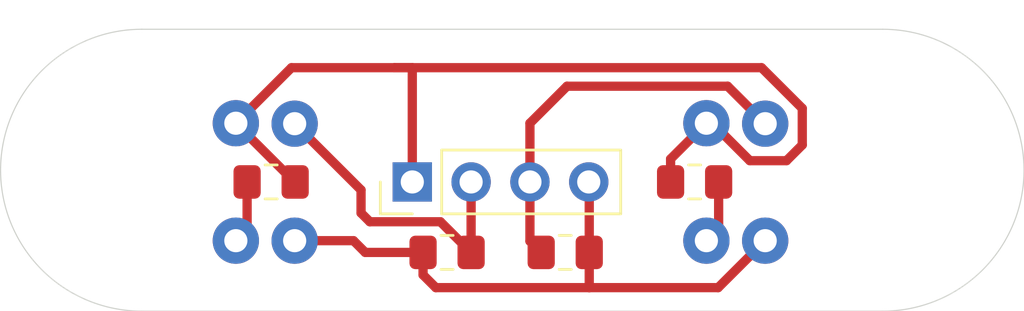
<source format=kicad_pcb>
(kicad_pcb (version 20241229) (generator "pcbnew") (generator_version "9.0")
  (layers (0 "F.Cu" signal) (2 "B.Cu" signal) (13 "F.Paste" user) (15 "B.Paste" user) (5 "F.SilkS" user "F.Silkscreen") (7 "B.SilkS" user "B.Silkscreen") (1 "F.Mask" user) (3 "B.Mask" user) (25 "Edge.Cuts" user))
  (net 0 "")
  (net 1 "Net-(U1-K)")
  (net 2 "+5V")
  (net 3 "GND")
  (net 4 "Net-(J1-Pin_2)")
  (net 5 "Net-(J1-Pin_3)")
  (net 6 "Net-(U2-K)")
  (footprint "USER:TCRT5000" (layer "F.Cu") (at 179.324 66.04)
    (property "Reference" "U2" (hide yes))
    (property "Value" "QRE1113GR" (hide yes))
    (pad "1" thru_hole circle (at 5.08 10.16) (size 2 2) (drill 1) (layers "*.Cu" "*.Mask") (net 2 "+5V"))
    (pad "2" thru_hole circle (at 2.54 10.16) (size 2 2) (drill 1) (layers "*.Cu" "*.Mask") (net 6 "Net-(U2-K)"))
    (pad "3" thru_hole circle (at 5.08 5.1) (size 2 2) (drill 1) (layers "*.Cu" "*.Mask") (net 5 "Net-(J1-Pin_3)"))
    (pad "4" thru_hole circle (at 2.54 5.08) (size 2 2) (drill 1) (layers "*.Cu" "*.Mask") (net 3 "GND"))
  )
  (footprint "USER:TCRT5000" (layer "F.Cu") (at 159.004 66.04)
    (property "Reference" "U1" (hide yes))
    (property "Value" "QRE1113GR" (hide yes))
    (pad "1" thru_hole circle (at 5.08 10.16) (size 2 2) (drill 1) (layers "*.Cu" "*.Mask") (net 2 "+5V"))
    (pad "2" thru_hole circle (at 2.54 10.16) (size 2 2) (drill 1) (layers "*.Cu" "*.Mask") (net 1 "Net-(U1-K)"))
    (pad "3" thru_hole circle (at 5.08 5.1) (size 2 2) (drill 1) (layers "*.Cu" "*.Mask") (net 4 "Net-(J1-Pin_2)"))
    (pad "4" thru_hole circle (at 2.54 5.08) (size 2 2) (drill 1) (layers "*.Cu" "*.Mask") (net 3 "GND"))
  )
  (footprint "Capacitor_SMD:C_0805_2012Metric_Pad1.18x1.45mm_HandSolder" (layer "F.Cu") (at 175.768 76.708 180)
    (property "Reference" "R4" (hide yes))
    (property "Value" "R" (hide yes))
    (fp_line (start -0.261252 0.735) (end 0.261252 0.735) (stroke (width 0.12)) (layer "F.SilkS"))
    (fp_line (start -0.261252 -0.735) (end 0.261252 -0.735) (stroke (width 0.12)) (layer "F.SilkS"))
    (pad "1" smd roundrect (at -1.0375 0 180) (size 1.175 1.45) (layers "F.Cu" "F.Mask" "F.Paste") (roundrect_rratio 0.212766) (net 2 "+5V"))
    (pad "2" smd roundrect (at 1.0375 0 180) (size 1.175 1.45) (layers "F.Cu" "F.Mask" "F.Paste") (roundrect_rratio 0.212766) (net 5 "Net-(J1-Pin_3)"))
  )
  (footprint "Capacitor_SMD:C_0805_2012Metric_Pad1.18x1.45mm_HandSolder" (layer "F.Cu") (at 170.6665 76.708)
    (property "Reference" "R2" (hide yes))
    (property "Value" "R" (hide yes))
    (fp_line (start -0.261252 -0.735) (end 0.261252 -0.735) (stroke (width 0.12)) (layer "F.SilkS"))
    (fp_line (start -0.261252 0.735) (end 0.261252 0.735) (stroke (width 0.12)) (layer "F.SilkS"))
    (pad "1" smd roundrect (at -1.0375 0) (size 1.175 1.45) (layers "F.Cu" "F.Mask" "F.Paste") (roundrect_rratio 0.212766) (net 2 "+5V"))
    (pad "2" smd roundrect (at 1.0375 0) (size 1.175 1.45) (layers "F.Cu" "F.Mask" "F.Paste") (roundrect_rratio 0.212766) (net 4 "Net-(J1-Pin_2)"))
  )
  (footprint "Capacitor_SMD:C_0805_2012Metric_Pad1.18x1.45mm_HandSolder" (layer "F.Cu") (at 181.356 73.66 180)
    (property "Reference" "R3" (hide yes))
    (property "Value" "R" (hide yes))
    (fp_line (start -0.261252 0.735) (end 0.261252 0.735) (stroke (width 0.12)) (layer "F.SilkS"))
    (fp_line (start -0.261252 -0.735) (end 0.261252 -0.735) (stroke (width 0.12)) (layer "F.SilkS"))
    (pad "1" smd roundrect (at -1.0375 0 180) (size 1.175 1.45) (layers "F.Cu" "F.Mask" "F.Paste") (roundrect_rratio 0.212766) (net 6 "Net-(U2-K)"))
    (pad "2" smd roundrect (at 1.0375 0 180) (size 1.175 1.45) (layers "F.Cu" "F.Mask" "F.Paste") (roundrect_rratio 0.212766) (net 3 "GND"))
  )
  (footprint "Connector_PinHeader_2.54mm:PinHeader_1x04_P2.54mm_Vertical" (layer "F.Cu") (at 169.164 73.66 90)
    (property "Reference" "J1" (hide yes))
    (property "Value" "Conn_01x04_Pin" (hide yes))
    (fp_line (start -1.38 -1.38) (end 0 -1.38) (stroke (width 0.12)) (layer "F.SilkS"))
    (fp_line (start -1.38 0) (end -1.38 -1.38) (stroke (width 0.12)) (layer "F.SilkS"))
    (fp_line (start 1.38 1.27) (end 1.38 9) (stroke (width 0.12)) (layer "F.SilkS"))
    (fp_line (start -1.38 1.27) (end 1.38 1.27) (stroke (width 0.12)) (layer "F.SilkS"))
    (fp_line (start -1.38 1.27) (end -1.38 9) (stroke (width 0.12)) (layer "F.SilkS"))
    (fp_line (start -1.38 9) (end 1.38 9) (stroke (width 0.12)) (layer "F.SilkS"))
    (pad "1" thru_hole rect (at 0 0 90) (size 1.7 1.7) (drill 1) (layers "*.Cu" "*.Mask") (net 3 "GND"))
    (pad "2" thru_hole circle (at 0 2.54 90) (size 1.7 1.7) (drill 1) (layers "*.Cu" "*.Mask") (net 4 "Net-(J1-Pin_2)"))
    (pad "3" thru_hole circle (at 0 5.08 90) (size 1.7 1.7) (drill 1) (layers "*.Cu" "*.Mask") (net 5 "Net-(J1-Pin_3)"))
    (pad "4" thru_hole circle (at 0 7.62 90) (size 1.7 1.7) (drill 1) (layers "*.Cu" "*.Mask") (net 2 "+5V"))
  )
  (footprint "MountingHole:MountingHole_3.2mm_M3" (layer "F.Cu") (at 189.484 73.152)
    (property "Reference" "REF**" (hide yes))
    (property "Value" "MountingHole_3.2mm_M3" (hide yes))
    (pad "" np_thru_hole circle (at 0 0) (size 3.2 3.2) (drill 3.2) (layers "*.Cu" "*.Mask"))
  )
  (footprint "MountingHole:MountingHole_3.2mm_M3" (layer "F.Cu") (at 157.48 73.152)
    (property "Reference" "REF**" (hide yes))
    (property "Value" "MountingHole_3.2mm_M3" (hide yes))
    (pad "" np_thru_hole circle (at 0 0) (size 3.2 3.2) (drill 3.2) (layers "*.Cu" "*.Mask"))
  )
  (footprint "Capacitor_SMD:C_0805_2012Metric_Pad1.18x1.45mm_HandSolder" (layer "F.Cu") (at 163.068 73.66)
    (property "Reference" "R1" (hide yes))
    (property "Value" "R" (hide yes))
    (fp_line (start -0.261252 -0.735) (end 0.261252 -0.735) (stroke (width 0.12)) (layer "F.SilkS"))
    (fp_line (start -0.261252 0.735) (end 0.261252 0.735) (stroke (width 0.12)) (layer "F.SilkS"))
    (pad "1" smd roundrect (at -1.0375 0) (size 1.175 1.45) (layers "F.Cu" "F.Mask" "F.Paste") (roundrect_rratio 0.212766) (net 1 "Net-(U1-K)"))
    (pad "2" smd roundrect (at 1.0375 0) (size 1.175 1.45) (layers "F.Cu" "F.Mask" "F.Paste") (roundrect_rratio 0.212766) (net 3 "GND"))
  )
  (gr_arc (start 189.484 67.056) (mid 195.58 73.152) (end 189.484 79.248) (stroke (width 0.05)) (layer "Edge.Cuts"))
  (gr_arc (start 157.48 79.248) (mid 151.384 73.152) (end 157.48 67.056) (stroke (width 0.05)) (layer "Edge.Cuts"))
  (gr_line (start 189.484 79.248) (end 157.48 79.248) (stroke (width 0.05)) (layer "Edge.Cuts"))
  (gr_line (start 157.48 67.056) (end 189.484 67.056) (stroke (width 0.05)) (layer "Edge.Cuts"))
  (segment (start 162.0305 75.7135) (end 161.544 76.2) (width 0.4) (layer "F.Cu") (net 1))
  (segment (start 162.0305 73.66) (end 162.0305 75.7135) (width 0.4) (layer "F.Cu") (net 1))
  (segment (start 182.372 78.232) (end 176.8055 78.232) (width 0.4) (layer "F.Cu") (net 2))
  (segment (start 167.132 76.708) (end 166.624 76.2) (width 0.4) (layer "F.Cu") (net 2))
  (segment (start 176.8055 76.708) (end 176.8055 73.6815) (width 0.4) (layer "F.Cu") (net 2))
  (segment (start 184.404 76.2) (end 182.372 78.232) (width 0.4) (layer "F.Cu") (net 2))
  (segment (start 169.629 76.708) (end 167.132 76.708) (width 0.4) (layer "F.Cu") (net 2))
  (segment (start 176.8055 73.6815) (end 176.784 73.66) (width 0.4) (layer "F.Cu") (net 2))
  (segment (start 176.8055 78.232) (end 170.18 78.232) (width 0.4) (layer "F.Cu") (net 2))
  (segment (start 166.624 76.2) (end 164.084 76.2) (width 0.4) (layer "F.Cu") (net 2))
  (segment (start 170.18 78.232) (end 169.629 77.681) (width 0.4) (layer "F.Cu") (net 2))
  (segment (start 176.8055 78.232) (end 176.8055 76.708) (width 0.4) (layer "F.Cu") (net 2))
  (segment (start 169.629 77.681) (end 169.629 76.708) (width 0.4) (layer "F.Cu") (net 2))
  (segment (start 185.323 72.741) (end 186.005 72.059) (width 0.4) (layer "F.Cu") (net 3))
  (segment (start 182.119844 71.12) (end 183.740844 72.741) (width 0.4) (layer "F.Cu") (net 3))
  (segment (start 161.544 71.12) (end 163.946 68.718) (width 0.4) (layer "F.Cu") (net 3))
  (segment (start 169.164 68.718) (end 169.164 73.66) (width 0.4) (layer "F.Cu") (net 3))
  (segment (start 184.246156 68.718) (end 168.402 68.718) (width 0.4) (layer "F.Cu") (net 3))
  (segment (start 163.946 68.718) (end 168.402 68.718) (width 0.4) (layer "F.Cu") (net 3))
  (segment (start 180.3185 73.66) (end 180.3185 72.6655) (width 0.4) (layer "F.Cu") (net 3))
  (segment (start 181.864 71.12) (end 182.119844 71.12) (width 0.4) (layer "F.Cu") (net 3))
  (segment (start 186.005 72.059) (end 186.005 70.476844) (width 0.4) (layer "F.Cu") (net 3))
  (segment (start 168.402 68.718) (end 169.164 68.718) (width 0.4) (layer "F.Cu") (net 3))
  (segment (start 180.3185 72.6655) (end 181.864 71.12) (width 0.4) (layer "F.Cu") (net 3))
  (segment (start 164.084 73.66) (end 161.544 71.12) (width 0.4) (layer "F.Cu") (net 3))
  (segment (start 186.005 70.476844) (end 184.246156 68.718) (width 0.4) (layer "F.Cu") (net 3))
  (segment (start 183.740844 72.741) (end 185.323 72.741) (width 0.4) (layer "F.Cu") (net 3))
  (segment (start 164.1055 73.66) (end 164.084 73.66) (width 0.4) (layer "F.Cu") (net 3))
  (segment (start 164.084 71.14) (end 166.951 74.007) (width 0.4) (layer "F.Cu") (net 4))
  (segment (start 166.951 75.003) (end 167.33 75.382) (width 0.4) (layer "F.Cu") (net 4))
  (segment (start 166.951 74.007) (end 166.951 75.003) (width 0.4) (layer "F.Cu") (net 4))
  (segment (start 170.378 75.382) (end 167.33 75.382) (width 0.4) (layer "F.Cu") (net 4))
  (segment (start 171.704 76.708) (end 171.704 73.66) (width 0.4) (layer "F.Cu") (net 4))
  (segment (start 171.704 76.708) (end 170.378 75.382) (width 0.4) (layer "F.Cu") (net 4))
  (segment (start 182.783 69.519) (end 175.845 69.519) (width 0.4) (layer "F.Cu") (net 5))
  (segment (start 174.244 76.2215) (end 174.7305 76.708) (width 0.4) (layer "F.Cu") (net 5))
  (segment (start 174.244 73.66) (end 174.244 76.2215) (width 0.4) (layer "F.Cu") (net 5))
  (segment (start 174.244 71.12) (end 174.244 73.66) (width 0.4) (layer "F.Cu") (net 5))
  (segment (start 175.845 69.519) (end 174.244 71.12) (width 0.4) (layer "F.Cu") (net 5))
  (segment (start 184.404 71.14) (end 182.783 69.519) (width 0.4) (layer "F.Cu") (net 5))
  (segment (start 182.3935 75.6705) (end 181.864 76.2) (width 0.4) (layer "F.Cu") (net 6))
  (segment (start 182.3935 73.66) (end 182.3935 75.6705) (width 0.4) (layer "F.Cu") (net 6))
)
</source>
